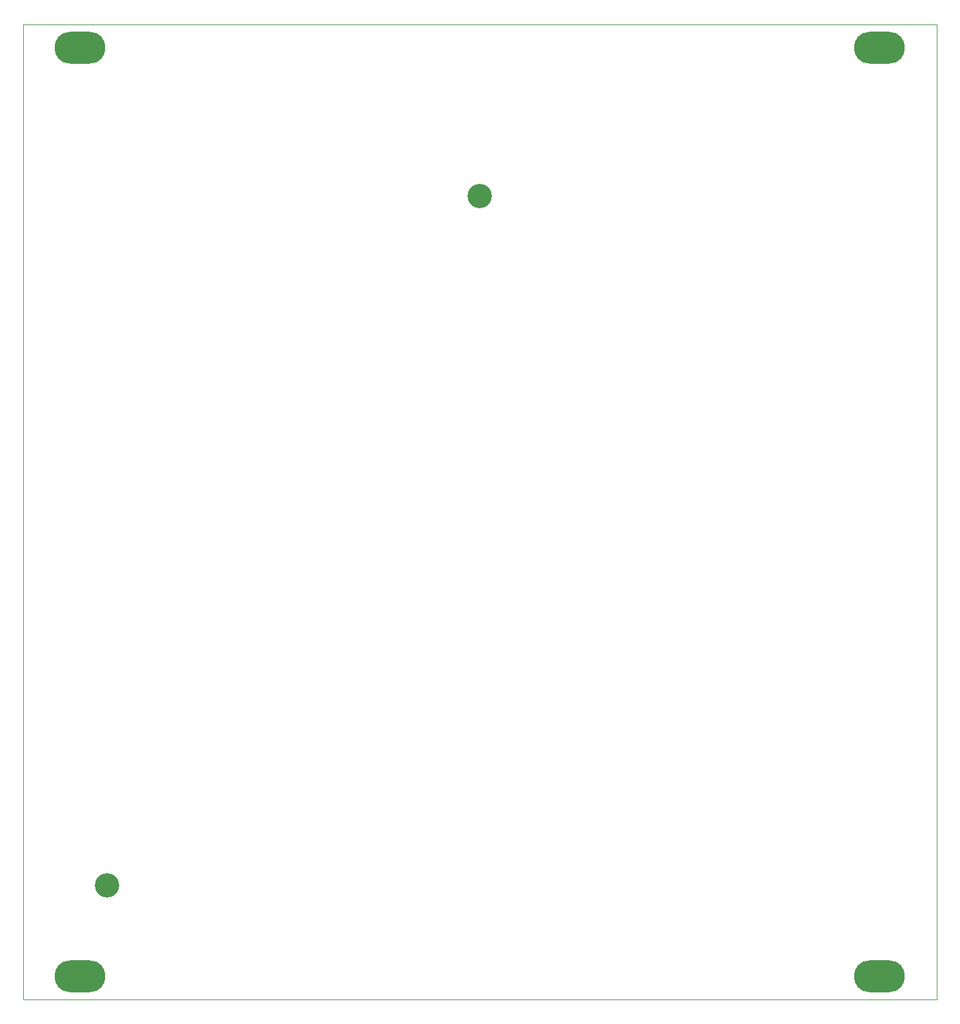
<source format=gts>
G04 #@! TF.GenerationSoftware,KiCad,Pcbnew,(6.0.6)*
G04 #@! TF.CreationDate,2022-10-26T12:00:59+02:00*
G04 #@! TF.ProjectId,Drumbox,4472756d-626f-4782-9e6b-696361645f70,rev?*
G04 #@! TF.SameCoordinates,Original*
G04 #@! TF.FileFunction,Soldermask,Top*
G04 #@! TF.FilePolarity,Negative*
%FSLAX46Y46*%
G04 Gerber Fmt 4.6, Leading zero omitted, Abs format (unit mm)*
G04 Created by KiCad (PCBNEW (6.0.6)) date 2022-10-26 12:00:59*
%MOMM*%
%LPD*%
G01*
G04 APERTURE LIST*
G04 #@! TA.AperFunction,Profile*
%ADD10C,0.050000*%
G04 #@! TD*
%ADD11O,6.700000X4.200000*%
%ADD12C,3.200000*%
G04 APERTURE END LIST*
D10*
X62500000Y-32200000D02*
X62500000Y-160200000D01*
X62500000Y-32200000D02*
X182500000Y-32200000D01*
X182500000Y-32200000D02*
X182500000Y-160200000D01*
X182500000Y-160200000D02*
X62500000Y-160200000D01*
D11*
X70000000Y-35200000D03*
X175000000Y-35200000D03*
X70000000Y-157200000D03*
D12*
X73500000Y-145200000D03*
D11*
X175000000Y-157200000D03*
D12*
X122500000Y-54700000D03*
M02*

</source>
